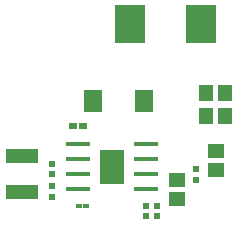
<source format=gtp>
G04*
G04 #@! TF.GenerationSoftware,Altium Limited,Altium Designer,20.1.14 (287)*
G04*
G04 Layer_Color=8421504*
%FSLAX25Y25*%
%MOIN*%
G70*
G04*
G04 #@! TF.SameCoordinates,3CBCD0D0-32B7-46DE-8EB3-B5E10EB4AE05*
G04*
G04*
G04 #@! TF.FilePolarity,Positive*
G04*
G01*
G75*
%ADD13R,0.09843X0.12795*%
%ADD14R,0.06299X0.07480*%
%ADD15R,0.08465X0.01772*%
%ADD16R,0.08386X0.11811*%
%ADD17R,0.05118X0.05512*%
%ADD18R,0.11024X0.04921*%
%ADD19R,0.02165X0.02165*%
%ADD20R,0.02756X0.02441*%
%ADD21R,0.01968X0.01654*%
%ADD22R,0.02165X0.02165*%
%ADD23R,0.05512X0.05118*%
D13*
X81500Y102000D02*
D03*
X57878D02*
D03*
D14*
X45535Y76500D02*
D03*
X62465D02*
D03*
D15*
X63319Y62000D02*
D03*
Y57000D02*
D03*
Y47000D02*
D03*
Y52000D02*
D03*
X40681Y47000D02*
D03*
Y52000D02*
D03*
Y62000D02*
D03*
Y57000D02*
D03*
D16*
X52000Y54500D02*
D03*
D17*
X83350Y79000D02*
D03*
X89650D02*
D03*
X83350Y71500D02*
D03*
X89650D02*
D03*
D18*
X22000Y58004D02*
D03*
Y45996D02*
D03*
D19*
X32000Y55543D02*
D03*
Y52000D02*
D03*
Y48000D02*
D03*
Y44457D02*
D03*
X80000Y53772D02*
D03*
Y50228D02*
D03*
D20*
X38886Y68000D02*
D03*
X42114D02*
D03*
D21*
X43220Y41500D02*
D03*
X40780D02*
D03*
D22*
X63228D02*
D03*
X66772D02*
D03*
X63228Y38000D02*
D03*
X66772D02*
D03*
D23*
X73500Y50150D02*
D03*
Y43850D02*
D03*
X86500Y59799D02*
D03*
Y53500D02*
D03*
M02*

</source>
